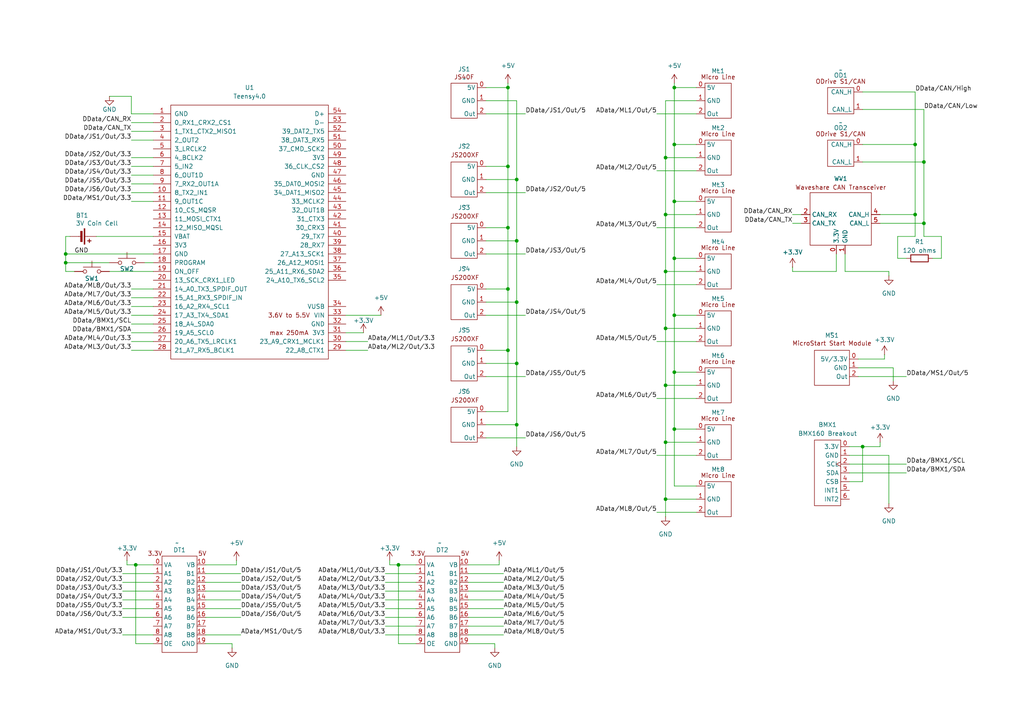
<source format=kicad_sch>
(kicad_sch (version 20250114) (generator "eeschema") (generator_version "9.0")
  (paper "A4")
  (title_block (title "HoboBot Logic") (date "2025-04-15") (rev "0"))
  (lib_symbols
    (symbol "Device:Battery_Cell" (pin_numbers (hide yes)) (pin_names (offset 0) (hide yes))
      (property "Reference" "BT" (at 2.54 2.54 0))
      (property "Value" "Battery_Cell" (at 2.54 0 0))
      (symbol "Battery_Cell_0_1"
        (rectangle (start -2.286 1.778) (end 2.286 1.524) (fill (type outline)))
        (rectangle (start -1.524 1.016) (end 1.524 0.508) (fill (type outline)))
        (polyline (pts (xy 0 1.778) (xy 0 2.54)))
        (polyline (pts (xy 0 0.762) (xy 0 0)))
        (polyline (pts (xy 0.762 3.048) (xy 1.778 3.048)) (stroke (width 0.254)))
        (polyline (pts (xy 1.27 3.556) (xy 1.27 2.54)) (stroke (width 0.254)))
      )
      (symbol "Battery_Cell_1_1"
        (pin passive line (at 0 5.08 270) (length 2.54) (name "+") (number "1"))
        (pin passive line (at 0 -2.54 90) (length 2.54) (name "-") (number "2"))
      )
    )
    (symbol "Device:R" (pin_numbers (hide yes)) (pin_names (offset 0))
      (property "Reference" "R" (at 2.032 0 90))
      (property "Value" "R" (at 0 0 90))
      (symbol "R_0_1"
        (rectangle (start -1.016 -2.54) (end 1.016 2.54) (stroke (width 0.254)))
      )
      (symbol "R_1_1"
        (pin passive line (at 0 3.81 270) (length 1.27) (name "~") (number "1"))
        (pin passive line (at 0 -3.81 90) (length 1.27) (name "~") (number "2"))
      )
    )
    (symbol "Interface_CAN_LIN:SN65HVD230_WV"
      (property "Reference" "WV" (at 0 10.922 0))
      (symbol "SN65HVD230_WV_0_1"
        (rectangle (start -8.89 7.62) (end 8.89 -7.62))
      )
      (symbol "SN65HVD230_WV_1_1"
        (text "Waveshare CAN Transceiver" (at 0 9.144 0) (effects (font (size 1.27 1.27))))
        (pin bidirectional line (at -11.43 1.27 0) (length 2.54) (name "CAN_RX") (number "2"))
        (pin bidirectional line (at -11.43 -1.27 0) (length 2.54) (name "CAN_TX") (number "3"))
        (pin power_in line (at -1.27 -10.16 90) (length 2.54) (name "3.3V") (number "0"))
        (pin power_in line (at 1.27 -10.16 90) (length 2.54) (name "GND") (number "1"))
        (pin bidirectional line (at 11.43 1.27 180) (length 2.54) (name "CAN_H") (number "4"))
        (pin bidirectional line (at 11.43 -1.27 180) (length 2.54) (name "CAN_L") (number "5"))
      )
    )
    (symbol "Logic_LevelTranslator:TXS10108E_DT"
      (property "Reference" "DT" (at 0.254 15.748 0))
      (symbol "TXS10108E_DT_0_1"
        (rectangle (start -5.08 13.97) (end 5.08 -13.97))
      )
      (symbol "TXS10108E_DT_1_1"
        (text "3.3V" (at -7.112 14.732 0) (effects (font (size 1.27 1.27))))
        (text "5V\n" (at 6.604 14.732 0) (effects (font (size 1.27 1.27))))
        (pin power_in line (at -7.62 11.43 0) (length 2.54) (name "VA") (number "0"))
        (pin bidirectional line (at -7.62 8.89 0) (length 2.54) (name "A1") (number "1"))
        (pin bidirectional line (at -7.62 6.35 0) (length 2.54) (name "A2") (number "2"))
        (pin bidirectional line (at -7.62 3.81 0) (length 2.54) (name "A3") (number "3"))
        (pin bidirectional line (at -7.62 1.27 0) (length 2.54) (name "A4") (number "4"))
        (pin bidirectional line (at -7.62 -1.27 0) (length 2.54) (name "A5") (number "5"))
        (pin bidirectional line (at -7.62 -3.81 0) (length 2.54) (name "A6") (number "6"))
        (pin bidirectional line (at -7.62 -6.35 0) (length 2.54) (name "A7") (number "7"))
        (pin bidirectional line (at -7.62 -8.89 0) (length 2.54) (name "A8") (number "8"))
        (pin input line (at -7.62 -11.43 0) (length 2.54) (name "OE") (number "9"))
        (pin power_in line (at 7.62 11.43 180) (length 2.54) (name "VB") (number "10"))
        (pin bidirectional line (at 7.62 8.89 180) (length 2.54) (name "B1") (number "11"))
        (pin bidirectional line (at 7.62 6.35 180) (length 2.54) (name "B2") (number "12"))
        (pin bidirectional line (at 7.62 3.81 180) (length 2.54) (name "B3") (number "13"))
        (pin bidirectional line (at 7.62 1.27 180) (length 2.54) (name "B4") (number "14"))
        (pin bidirectional line (at 7.62 -1.27 180) (length 2.54) (name "B5") (number "15"))
        (pin bidirectional line (at 7.62 -3.81 180) (length 2.54) (name "B6") (number "16"))
        (pin bidirectional line (at 7.62 -6.35 180) (length 2.54) (name "B7") (number "17"))
        (pin bidirectional line (at 7.62 -8.89 180) (length 2.54) (name "B8") (number "18"))
        (pin power_in line (at 7.62 -11.43 180) (length 2.54) (name "GND") (number "19"))
      )
    )
    (symbol "MicroStart:MicroStart_Start_Module"
      (property "Reference" "MS" (at 0 9.144 0))
      (symbol "MicroStart_Start_Module_0_1"
        (rectangle (start -5.08 5.08) (end 5.08 -5.08))
      )
      (symbol "MicroStart_Start_Module_1_1"
        (text "MicroStart Start Module\n" (at 0 7.112 0) (effects (font (size 1.27 1.27))))
        (pin power_in line (at 7.62 2.54 180) (length 2.54) (name "5V/3.3V") (number "0"))
        (pin power_in line (at 7.62 0 180) (length 2.54) (name "GND") (number "1"))
        (pin output line (at 7.62 -2.54 180) (length 2.54) (name "Out") (number "2"))
      )
    )
    (symbol "ODrive:ODrive S1/CAN"
      (property "Reference" "OD" (at 0 7.62 0))
      (symbol "ODrive S1/CAN_0_1"
        (rectangle (start -3.81 3.81) (end 3.81 -3.81))
      )
      (symbol "ODrive S1/CAN_1_1"
        (text "ODrive S1/CAN\n" (at 0 5.588 0) (effects (font (size 1.27 1.27))))
        (pin bidirectional line (at 6.35 2.54 180) (length 2.54) (name "CAN_H") (number "0"))
        (pin bidirectional line (at 6.35 -2.54 180) (length 2.54) (name "CAN_L") (number "1"))
      )
    )
    (symbol "Sensor_Motion:BMX160_Breakout"
      (property "Reference" "BMX" (at 0 12.7 0))
      (property "Value" "BMX160 Breakout" (at 0 10.922 0))
      (symbol "BMX160_Breakout_0_1"
        (rectangle (start -3.81 9.525) (end 3.81 -9.525))
      )
      (symbol "BMX160_Breakout_1_1"
        (pin power_in line (at 6.35 7.62 180) (length 2.54) (name "3.3V") (number "0"))
        (pin power_in line (at 6.35 5.08 180) (length 2.54) (name "GND") (number "1"))
        (pin input clock (at 6.35 2.54 180) (length 2.54) (name "SCL") (number "2"))
        (pin output line (at 6.35 0 180) (length 2.54) (name "SDA") (number "3"))
        (pin input line (at 6.35 -2.54 180) (length 2.54) (name "CSB") (number "4"))
        (pin output line (at 6.35 -5.08 180) (length 2.54) (name "INT1") (number "5"))
        (pin output line (at 6.35 -7.62 180) (length 2.54) (name "INT2") (number "6"))
      )
    )
    (symbol "Sensor_Proximity:JS200XF"
      (property "Reference" "JS" (at 0.254 9.652 0))
      (symbol "JS200XF_0_1"
        (rectangle (start -3.81 5.08) (end 3.81 -5.08))
      )
      (symbol "JS200XF_1_1"
        (text "JS200XF" (at 0.254 7.112 0) (effects (font (size 1.27 1.27))))
        (pin power_in line (at 6.35 3.81 180) (length 2.54) (name "5V") (number "0"))
        (pin power_in line (at 6.35 0 180) (length 2.54) (name "GND") (number "1"))
        (pin output line (at 6.35 -3.81 180) (length 2.54) (name "Out") (number "2"))
      )
    )
    (symbol "Sensor_Proximity:JS40F"
      (property "Reference" "JS" (at 0 9.398 0))
      (symbol "JS40F_0_1"
        (rectangle (start -3.81 5.08) (end 3.81 -5.08))
      )
      (symbol "JS40F_1_1"
        (text "JS40F\n" (at 0 6.858 0) (effects (font (size 1.27 1.27))))
        (pin power_in line (at 6.35 3.81 180) (length 2.54) (name "5V") (number "0"))
        (pin power_in line (at 6.35 0 180) (length 2.54) (name "GND") (number "1"))
        (pin output line (at 6.35 -3.81 180) (length 2.54) (name "Out") (number "2"))
      )
    )
    (symbol "Sensor_Proximity:ML1"
      (property "Reference" "ML" (at 0 8.89 0))
      (symbol "ML1_0_1"
        (rectangle (start -3.81 5.08) (end 3.81 -5.08))
      )
      (symbol "ML1_1_1"
        (text "Micro Line" (at 0 6.858 0) (effects (font (size 1.27 1.27))))
        (pin power_in line (at 6.35 3.81 180) (length 2.54) (name "5V") (number "0"))
        (pin power_in line (at 6.35 0 180) (length 2.54) (name "GND") (number "1"))
        (pin output line (at 6.35 -3.81 180) (length 2.54) (name "Out") (number "2"))
      )
    )
    (symbol "Switch:SW_Push" (pin_numbers (hide yes)) (pin_names (offset 1.016) (hide yes))
      (property "Reference" "SW" (at 1.27 2.54 0))
      (property "Value" "SW_Push" (at 0 -1.524 0))
      (symbol "SW_Push_0_1"
        (circle (center -2.032 0) (radius 0.508))
        (polyline (pts (xy 0 1.27) (xy 0 3.048)))
        (circle (center 2.032 0) (radius 0.508))
        (polyline (pts (xy 2.54 1.27) (xy -2.54 1.27)))
        (pin passive line (at -5.08 0 0) (length 2.54) (name "1") (number "1"))
        (pin passive line (at 5.08 0 180) (length 2.54) (name "2") (number "2"))
      )
    )
    (symbol "power:+3.3V" (power) (pin_numbers (hide yes)) (pin_names (offset 0) (hide yes))
      (property "Value" "+3.3V" (at 0 3.556 0))
      (symbol "+3.3V_0_1"
        (polyline (pts (xy -0.762 1.27) (xy 0 2.54)))
        (polyline (pts (xy 0 2.54) (xy 0.762 1.27)))
        (polyline (pts (xy 0 0) (xy 0 2.54)))
      )
      (symbol "+3.3V_1_1"
        (pin power_in line (at 0 0 90) (length 0) (name "~") (number "1"))
      )
    )
    (symbol "power:+5V" (power) (pin_numbers (hide yes)) (pin_names (offset 0) (hide yes))
      (property "Value" "+5V" (at 0 3.556 0))
      (symbol "+5V_0_1"
        (polyline (pts (xy -0.762 1.27) (xy 0 2.54)))
        (polyline (pts (xy 0 2.54) (xy 0.762 1.27)))
        (polyline (pts (xy 0 0) (xy 0 2.54)))
      )
      (symbol "+5V_1_1"
        (pin power_in line (at 0 0 90) (length 0) (name "~") (number "1"))
      )
    )
    (symbol "power:GND" (power) (pin_numbers (hide yes)) (pin_names (offset 0) (hide yes))
      (property "Value" "GND" (at 0 -3.81 0))
      (symbol "GND_0_1"
        (polyline (pts (xy 0 0) (xy 0 -1.27) (xy 1.27 -1.27) (xy 0 -2.54) (xy -1.27 -1.27) (xy 0 -1.27)))
      )
      (symbol "GND_1_1"
        (pin power_in line (at 0 0 270) (length 0) (name "~") (number "1"))
      )
    )
    (symbol "teensy:Teensy4.0" (pin_names (offset 1.016))
      (property "Reference" "U" (at 0 39.37 0))
      (property "Value" "Teensy4.0" (at 0 -39.37 0))
      (symbol "Teensy4.0_0_0"
        (text "3.6V to 5.5V" (at 11.43 -24.13 0) (effects (font (size 1.27 1.27))))
        (text "max 250mA" (at 11.43 -29.21 0) (effects (font (size 1.27 1.27))))
        (pin bidirectional line (at -27.94 24.13 0) (length 5.08) (name "3_LRCLK2") (number "5"))
        (pin bidirectional line (at -27.94 21.59 0) (length 5.08) (name "4_BCLK2") (number "6"))
        (pin bidirectional line (at -27.94 19.05 0) (length 5.08) (name "5_IN2") (number "7"))
        (pin bidirectional line (at -27.94 16.51 0) (length 5.08) (name "6_OUT1D") (number "8"))
        (pin bidirectional line (at -27.94 13.97 0) (length 5.08) (name "7_RX2_OUT1A") (number "9"))
        (pin bidirectional line (at -27.94 11.43 0) (length 5.08) (name "8_TX2_IN1") (number "10"))
        (pin bidirectional line (at -27.94 8.89 0) (length 5.08) (name "9_OUT1C") (number "11"))
        (pin bidirectional line (at -27.94 6.35 0) (length 5.08) (name "10_CS_MQSR") (number "12"))
        (pin bidirectional line (at -27.94 3.81 0) (length 5.08) (name "11_MOSI_CTX1") (number "13"))
        (pin bidirectional line (at -27.94 1.27 0) (length 5.08) (name "12_MISO_MQSL") (number "14"))
        (pin power_in line (at -27.94 -1.27 0) (length 5.08) (name "VBAT") (number "15"))
        (pin power_in line (at -27.94 -3.81 0) (length 5.08) (name "3V3") (number "16"))
        (pin power_in line (at -27.94 -6.35 0) (length 5.08) (name "GND") (number "17"))
        (pin input line (at -27.94 -8.89 0) (length 5.08) (name "PROGRAM") (number "18"))
        (pin input line (at -27.94 -11.43 0) (length 5.08) (name "ON_OFF") (number "19"))
        (pin bidirectional line (at -27.94 -13.97 0) (length 5.08) (name "13_SCK_CRX1_LED") (number "20"))
        (pin bidirectional line (at -27.94 -16.51 0) (length 5.08) (name "14_A0_TX3_SPDIF_OUT") (number "21"))
        (pin bidirectional line (at -27.94 -19.05 0) (length 5.08) (name "15_A1_RX3_SPDIF_IN") (number "22"))
        (pin bidirectional line (at -27.94 -21.59 0) (length 5.08) (name "16_A2_RX4_SCL1") (number "23"))
        (pin bidirectional line (at -27.94 -24.13 0) (length 5.08) (name "17_A3_TX4_SDA1") (number "24"))
        (pin bidirectional line (at -27.94 -26.67 0) (length 5.08) (name "18_A4_SDA0") (number "25"))
        (pin bidirectional line (at -27.94 -29.21 0) (length 5.08) (name "19_A5_SCL0") (number "26"))
        (pin bidirectional line (at -27.94 -31.75 0) (length 5.08) (name "20_A6_TX5_LRCLK1") (number "27"))
        (pin bidirectional line (at -27.94 -34.29 0) (length 5.08) (name "21_A7_RX5_BCLK1") (number "28"))
        (pin bidirectional line (at 27.94 34.29 180) (length 5.08) (name "D+") (number "54"))
        (pin bidirectional line (at 27.94 31.75 180) (length 5.08) (name "D-") (number "53"))
        (pin bidirectional line (at 27.94 29.21 180) (length 5.08) (name "39_DAT2_TX5") (number "52"))
        (pin bidirectional line (at 27.94 26.67 180) (length 5.08) (name "38_DAT3_RX5") (number "51"))
        (pin bidirectional line (at 27.94 24.13 180) (length 5.08) (name "37_CMD_SCK2") (number "50"))
        (pin power_out line (at 27.94 21.59 180) (length 5.08) (name "3V3") (number "49"))
        (pin bidirectional line (at 27.94 19.05 180) (length 5.08) (name "36_CLK_CS2") (number "48"))
        (pin power_out line (at 27.94 16.51 180) (length 5.08) (name "GND") (number "47"))
        (pin bidirectional line (at 27.94 13.97 180) (length 5.08) (name "35_DAT0_MOSI2") (number "46"))
        (pin bidirectional line (at 27.94 11.43 180) (length 5.08) (name "34_DAT1_MISO2") (number "45"))
        (pin bidirectional line (at 27.94 8.89 180) (length 5.08) (name "33_MCLK2") (number "44"))
        (pin bidirectional line (at 27.94 6.35 180) (length 5.08) (name "32_OUT1B") (number "43"))
        (pin bidirectional line (at 27.94 3.81 180) (length 5.08) (name "31_CTX3") (number "42"))
        (pin bidirectional line (at 27.94 1.27 180) (length 5.08) (name "30_CRX3") (number "41"))
        (pin bidirectional line (at 27.94 -1.27 180) (length 5.08) (name "29_TX7") (number "40"))
        (pin bidirectional line (at 27.94 -3.81 180) (length 5.08) (name "28_RX7") (number "39"))
        (pin bidirectional line (at 27.94 -6.35 180) (length 5.08) (name "27_A13_SCK1") (number "38"))
        (pin bidirectional line (at 27.94 -8.89 180) (length 5.08) (name "26_A12_MOSI1") (number "37"))
        (pin bidirectional line (at 27.94 -11.43 180) (length 5.08) (name "25_A11_RX6_SDA2") (number "36"))
        (pin bidirectional line (at 27.94 -13.97 180) (length 5.08) (name "24_A10_TX6_SCL2") (number "35"))
        (pin power_out line (at 27.94 -21.59 180) (length 5.08) (name "VUSB") (number "34"))
        (pin power_in line (at 27.94 -24.13 180) (length 5.08) (name "VIN") (number "33"))
        (pin power_in line (at 27.94 -26.67 180) (length 5.08) (name "GND") (number "32"))
        (pin power_out line (at 27.94 -29.21 180) (length 5.08) (name "3V3") (number "31"))
        (pin bidirectional line (at 27.94 -31.75 180) (length 5.08) (name "23_A9_CRX1_MCLK1") (number "30"))
        (pin bidirectional line (at 27.94 -34.29 180) (length 5.08) (name "22_A8_CTX1") (number "29"))
      )
      (symbol "Teensy4.0_0_1"
        (rectangle (start -22.86 36.83) (end 22.86 -36.83))
        (rectangle (start -20.32 -31.75) (end -20.32 -31.75))
      )
      (symbol "Teensy4.0_1_1"
        (pin power_in line (at -27.94 34.29 0) (length 5.08) (name "GND") (number "1"))
        (pin bidirectional line (at -27.94 31.75 0) (length 5.08) (name "0_RX1_CRX2_CS1") (number "2"))
        (pin bidirectional line (at -27.94 29.21 0) (length 5.08) (name "1_TX1_CTX2_MISO1") (number "3"))
        (pin bidirectional line (at -27.94 26.67 0) (length 5.08) (name "2_OUT2") (number "4"))
      )
    )
  )
  (junction (at 250.19 129.54))
  (junction (at 149.86 105.41))
  (junction (at 195.58 107.95))
  (junction (at 149.86 52.07))
  (junction (at 149.86 87.63))
  (junction (at 193.04 111.76))
  (junction (at 193.04 144.78))
  (junction (at 267.97 64.77))
  (junction (at 147.32 48.26))
  (junction (at 19.05 73.66))
  (junction (at 193.04 45.72))
  (junction (at 19.05 76.2))
  (junction (at 193.04 78.74))
  (junction (at 115.57 163.83))
  (junction (at 149.86 69.85))
  (junction (at 195.58 41.91))
  (junction (at 147.32 25.4))
  (junction (at 147.32 66.04))
  (junction (at 195.58 74.93))
  (junction (at 193.04 95.25))
  (junction (at 265.43 41.91))
  (junction (at 193.04 62.23))
  (junction (at 265.43 62.23))
  (junction (at 147.32 83.82))
  (junction (at 195.58 25.4))
  (junction (at 195.58 91.44))
  (junction (at 267.97 46.99))
  (junction (at 147.32 101.6))
  (junction (at 195.58 124.46))
  (junction (at 149.86 123.19))
  (junction (at 39.37 163.83))
  (junction (at 193.04 128.27))
  (junction (at 195.58 58.42))
  (wire (pts (xy 259.08 106.68) (xy 259.08 110.49)))
  (wire (pts (xy 120.65 186.69) (xy 115.57 186.69)))
  (wire (pts (xy 135.89 181.61) (xy 146.05 181.61)))
  (wire (pts (xy 111.76 166.37) (xy 120.65 166.37)))
  (wire (pts (xy 31.75 76.2) (xy 19.05 76.2)))
  (wire (pts (xy 38.1 86.36) (xy 44.45 86.36)))
  (wire (pts (xy 38.1 88.9) (xy 44.45 88.9)))
  (wire (pts (xy 250.19 139.7) (xy 250.19 129.54)))
  (wire (pts (xy 38.1 27.94) (xy 38.1 33.02)))
  (wire (pts (xy 273.05 68.58) (xy 267.97 68.58)))
  (wire (pts (xy 149.86 52.07) (xy 149.86 69.85)))
  (wire (pts (xy 59.69 163.83) (xy 68.58 163.83)))
  (wire (pts (xy 140.97 29.21) (xy 149.86 29.21)))
  (wire (pts (xy 193.04 111.76) (xy 201.93 111.76)))
  (wire (pts (xy 267.97 31.75) (xy 250.19 31.75)))
  (wire (pts (xy 250.19 129.54) (xy 255.27 129.54)))
  (wire (pts (xy 248.92 106.68) (xy 259.08 106.68)))
  (wire (pts (xy 111.76 181.61) (xy 120.65 181.61)))
  (wire (pts (xy 246.38 137.16) (xy 262.89 137.16)))
  (wire (pts (xy 140.97 69.85) (xy 149.86 69.85)))
  (wire (pts (xy 111.76 176.53) (xy 120.65 176.53)))
  (wire (pts (xy 190.5 33.02) (xy 201.93 33.02)))
  (wire (pts (xy 111.76 171.45) (xy 120.65 171.45)))
  (wire (pts (xy 245.11 78.74) (xy 257.81 78.74)))
  (wire (pts (xy 193.04 29.21) (xy 201.93 29.21)))
  (wire (pts (xy 135.89 171.45) (xy 146.05 171.45)))
  (wire (pts (xy 260.35 74.93) (xy 262.89 74.93)))
  (wire (pts (xy 195.58 124.46) (xy 201.93 124.46)))
  (wire (pts (xy 257.81 78.74) (xy 257.81 80.01)))
  (wire (pts (xy 100.33 101.6) (xy 106.68 101.6)))
  (wire (pts (xy 59.69 171.45) (xy 69.85 171.45)))
  (wire (pts (xy 115.57 186.69) (xy 115.57 163.83)))
  (wire (pts (xy 144.78 162.56) (xy 144.78 163.83)))
  (wire (pts (xy 135.89 179.07) (xy 146.05 179.07)))
  (wire (pts (xy 193.04 144.78) (xy 193.04 149.86)))
  (wire (pts (xy 193.04 45.72) (xy 201.93 45.72)))
  (wire (pts (xy 248.92 109.22) (xy 262.89 109.22)))
  (wire (pts (xy 140.97 123.19) (xy 149.86 123.19)))
  (wire (pts (xy 135.89 186.69) (xy 143.51 186.69)))
  (wire (pts (xy 59.69 179.07) (xy 69.85 179.07)))
  (wire (pts (xy 140.97 55.88) (xy 152.4 55.88)))
  (wire (pts (xy 265.43 62.23) (xy 265.43 68.58)))
  (wire (pts (xy 193.04 78.74) (xy 201.93 78.74)))
  (wire (pts (xy 190.5 82.55) (xy 201.93 82.55)))
  (wire (pts (xy 140.97 127) (xy 152.4 127)))
  (wire (pts (xy 267.97 68.58) (xy 267.97 64.77)))
  (wire (pts (xy 270.51 74.93) (xy 273.05 74.93)))
  (wire (pts (xy 140.97 105.41) (xy 149.86 105.41)))
  (wire (pts (xy 195.58 25.4) (xy 195.58 24.13)))
  (wire (pts (xy 201.93 25.4) (xy 195.58 25.4)))
  (wire (pts (xy 246.38 139.7) (xy 250.19 139.7)))
  (wire (pts (xy 38.1 48.26) (xy 44.45 48.26)))
  (wire (pts (xy 111.76 168.91) (xy 120.65 168.91)))
  (wire (pts (xy 149.86 105.41) (xy 149.86 123.19)))
  (wire (pts (xy 149.86 123.19) (xy 149.86 129.54)))
  (wire (pts (xy 140.97 101.6) (xy 147.32 101.6)))
  (wire (pts (xy 195.58 25.4) (xy 195.58 41.91)))
  (wire (pts (xy 257.81 132.08) (xy 257.81 146.05)))
  (wire (pts (xy 38.1 96.52) (xy 44.45 96.52)))
  (wire (pts (xy 193.04 62.23) (xy 201.93 62.23)))
  (wire (pts (xy 195.58 107.95) (xy 195.58 124.46)))
  (wire (pts (xy 190.5 148.59) (xy 201.93 148.59)))
  (wire (pts (xy 147.32 119.38) (xy 147.32 101.6)))
  (wire (pts (xy 68.58 162.56) (xy 68.58 163.83)))
  (wire (pts (xy 149.86 87.63) (xy 149.86 105.41)))
  (wire (pts (xy 229.87 64.77) (xy 232.41 64.77)))
  (wire (pts (xy 195.58 74.93) (xy 195.58 91.44)))
  (wire (pts (xy 195.58 91.44) (xy 201.93 91.44)))
  (wire (pts (xy 193.04 95.25) (xy 193.04 78.74)))
  (wire (pts (xy 135.89 173.99) (xy 146.05 173.99)))
  (wire (pts (xy 245.11 73.66) (xy 245.11 78.74)))
  (wire (pts (xy 35.56 173.99) (xy 44.45 173.99)))
  (wire (pts (xy 255.27 62.23) (xy 265.43 62.23)))
  (wire (pts (xy 190.5 99.06) (xy 201.93 99.06)))
  (wire (pts (xy 120.65 163.83) (xy 115.57 163.83)))
  (wire (pts (xy 38.1 33.02) (xy 44.45 33.02)))
  (wire (pts (xy 140.97 91.44) (xy 152.4 91.44)))
  (wire (pts (xy 195.58 74.93) (xy 201.93 74.93)))
  (wire (pts (xy 44.45 186.69) (xy 39.37 186.69)))
  (wire (pts (xy 44.45 163.83) (xy 39.37 163.83)))
  (wire (pts (xy 67.31 187.96) (xy 67.31 186.69)))
  (wire (pts (xy 31.75 27.94) (xy 38.1 27.94)))
  (wire (pts (xy 31.75 78.74) (xy 44.45 78.74)))
  (wire (pts (xy 147.32 48.26) (xy 147.32 25.4)))
  (wire (pts (xy 59.69 176.53) (xy 69.85 176.53)))
  (wire (pts (xy 35.56 184.15) (xy 44.45 184.15)))
  (wire (pts (xy 38.1 55.88) (xy 44.45 55.88)))
  (wire (pts (xy 38.1 58.42) (xy 44.45 58.42)))
  (wire (pts (xy 147.32 83.82) (xy 147.32 66.04)))
  (wire (pts (xy 255.27 64.77) (xy 267.97 64.77)))
  (wire (pts (xy 273.05 74.93) (xy 273.05 68.58)))
  (wire (pts (xy 19.05 78.74) (xy 21.59 78.74)))
  (wire (pts (xy 195.58 41.91) (xy 201.93 41.91)))
  (wire (pts (xy 100.33 99.06) (xy 106.68 99.06)))
  (wire (pts (xy 19.05 76.2) (xy 19.05 78.74)))
  (wire (pts (xy 193.04 78.74) (xy 193.04 62.23)))
  (wire (pts (xy 140.97 109.22) (xy 152.4 109.22)))
  (wire (pts (xy 135.89 166.37) (xy 146.05 166.37)))
  (wire (pts (xy 19.05 68.58) (xy 20.32 68.58)))
  (wire (pts (xy 36.83 163.83) (xy 36.83 162.56)))
  (wire (pts (xy 115.57 163.83) (xy 113.03 163.83)))
  (wire (pts (xy 250.19 41.91) (xy 265.43 41.91)))
  (wire (pts (xy 35.56 166.37) (xy 44.45 166.37)))
  (wire (pts (xy 229.87 62.23) (xy 232.41 62.23)))
  (wire (pts (xy 195.58 58.42) (xy 195.58 74.93)))
  (wire (pts (xy 38.1 93.98) (xy 44.45 93.98)))
  (wire (pts (xy 19.05 73.66) (xy 19.05 76.2)))
  (wire (pts (xy 27.94 68.58) (xy 44.45 68.58)))
  (wire (pts (xy 149.86 29.21) (xy 149.86 52.07)))
  (wire (pts (xy 41.91 76.2) (xy 44.45 76.2)))
  (wire (pts (xy 190.5 132.08) (xy 201.93 132.08)))
  (wire (pts (xy 265.43 26.67) (xy 250.19 26.67)))
  (wire (pts (xy 190.5 66.04) (xy 201.93 66.04)))
  (wire (pts (xy 135.89 163.83) (xy 144.78 163.83)))
  (wire (pts (xy 38.1 50.8) (xy 44.45 50.8)))
  (wire (pts (xy 59.69 173.99) (xy 69.85 173.99)))
  (wire (pts (xy 190.5 49.53) (xy 201.93 49.53)))
  (wire (pts (xy 193.04 128.27) (xy 201.93 128.27)))
  (wire (pts (xy 246.38 134.62) (xy 262.89 134.62)))
  (wire (pts (xy 111.76 173.99) (xy 120.65 173.99)))
  (wire (pts (xy 19.05 73.66) (xy 44.45 73.66)))
  (wire (pts (xy 38.1 101.6) (xy 44.45 101.6)))
  (wire (pts (xy 193.04 45.72) (xy 193.04 29.21)))
  (wire (pts (xy 38.1 45.72) (xy 44.45 45.72)))
  (wire (pts (xy 147.32 24.13) (xy 147.32 25.4)))
  (wire (pts (xy 193.04 144.78) (xy 193.04 128.27)))
  (wire (pts (xy 248.92 104.14) (xy 256.54 104.14)))
  (wire (pts (xy 140.97 119.38) (xy 147.32 119.38)))
  (wire (pts (xy 140.97 66.04) (xy 147.32 66.04)))
  (wire (pts (xy 265.43 68.58) (xy 260.35 68.58)))
  (wire (pts (xy 246.38 132.08) (xy 257.81 132.08)))
  (wire (pts (xy 143.51 187.96) (xy 143.51 186.69)))
  (wire (pts (xy 38.1 53.34) (xy 44.45 53.34)))
  (wire (pts (xy 111.76 179.07) (xy 120.65 179.07)))
  (wire (pts (xy 38.1 35.56) (xy 44.45 35.56)))
  (wire (pts (xy 100.33 96.52) (xy 105.41 96.52)))
  (wire (pts (xy 250.19 46.99) (xy 267.97 46.99)))
  (wire (pts (xy 265.43 62.23) (xy 265.43 41.91)))
  (wire (pts (xy 201.93 144.78) (xy 193.04 144.78)))
  (wire (pts (xy 38.1 83.82) (xy 44.45 83.82)))
  (wire (pts (xy 195.58 124.46) (xy 195.58 140.97)))
  (wire (pts (xy 246.38 129.54) (xy 250.19 129.54)))
  (wire (pts (xy 113.03 163.83) (xy 113.03 162.56)))
  (wire (pts (xy 193.04 95.25) (xy 201.93 95.25)))
  (wire (pts (xy 38.1 38.1) (xy 44.45 38.1)))
  (wire (pts (xy 135.89 176.53) (xy 146.05 176.53)))
  (wire (pts (xy 195.58 107.95) (xy 201.93 107.95)))
  (wire (pts (xy 147.32 25.4) (xy 140.97 25.4)))
  (wire (pts (xy 265.43 41.91) (xy 265.43 26.67)))
  (wire (pts (xy 195.58 91.44) (xy 195.58 107.95)))
  (wire (pts (xy 193.04 111.76) (xy 193.04 95.25)))
  (wire (pts (xy 19.05 68.58) (xy 19.05 73.66)))
  (wire (pts (xy 195.58 58.42) (xy 201.93 58.42)))
  (wire (pts (xy 140.97 83.82) (xy 147.32 83.82)))
  (wire (pts (xy 147.32 66.04) (xy 147.32 48.26)))
  (wire (pts (xy 195.58 140.97) (xy 201.93 140.97)))
  (wire (pts (xy 256.54 102.87) (xy 256.54 104.14)))
  (wire (pts (xy 59.69 184.15) (xy 69.85 184.15)))
  (wire (pts (xy 59.69 168.91) (xy 69.85 168.91)))
  (wire (pts (xy 229.87 78.74) (xy 229.87 77.47)))
  (wire (pts (xy 140.97 73.66) (xy 152.4 73.66)))
  (wire (pts (xy 39.37 186.69) (xy 39.37 163.83)))
  (wire (pts (xy 242.57 78.74) (xy 229.87 78.74)))
  (wire (pts (xy 35.56 168.91) (xy 44.45 168.91)))
  (wire (pts (xy 195.58 41.91) (xy 195.58 58.42)))
  (wire (pts (xy 38.1 40.64) (xy 44.45 40.64)))
  (wire (pts (xy 193.04 128.27) (xy 193.04 111.76)))
  (wire (pts (xy 267.97 64.77) (xy 267.97 46.99)))
  (wire (pts (xy 149.86 69.85) (xy 149.86 87.63)))
  (wire (pts (xy 135.89 184.15) (xy 146.05 184.15)))
  (wire (pts (xy 100.33 91.44) (xy 110.49 91.44)))
  (wire (pts (xy 147.32 101.6) (xy 147.32 83.82)))
  (wire (pts (xy 242.57 73.66) (xy 242.57 78.74)))
  (wire (pts (xy 39.37 163.83) (xy 36.83 163.83)))
  (wire (pts (xy 38.1 99.06) (xy 44.45 99.06)))
  (wire (pts (xy 135.89 168.91) (xy 146.05 168.91)))
  (wire (pts (xy 260.35 68.58) (xy 260.35 74.93)))
  (wire (pts (xy 140.97 52.07) (xy 149.86 52.07)))
  (wire (pts (xy 35.56 171.45) (xy 44.45 171.45)))
  (wire (pts (xy 140.97 33.02) (xy 152.4 33.02)))
  (wire (pts (xy 59.69 186.69) (xy 67.31 186.69)))
  (wire (pts (xy 140.97 48.26) (xy 147.32 48.26)))
  (wire (pts (xy 35.56 179.07) (xy 44.45 179.07)))
  (wire (pts (xy 255.27 129.54) (xy 255.27 128.27)))
  (wire (pts (xy 190.5 115.57) (xy 201.93 115.57)))
  (wire (pts (xy 38.1 91.44) (xy 44.45 91.44)))
  (wire (pts (xy 111.76 184.15) (xy 120.65 184.15)))
  (wire (pts (xy 59.69 166.37) (xy 69.85 166.37)))
  (wire (pts (xy 35.56 176.53) (xy 44.45 176.53)))
  (wire (pts (xy 267.97 46.99) (xy 267.97 31.75)))
  (wire (pts (xy 193.04 62.23) (xy 193.04 45.72)))
  (wire (pts (xy 140.97 87.63) (xy 149.86 87.63)))
  (label "AData{slash}ML2{slash}Out{slash}5" (at 190.5 49.53 180))
  (label "AData{slash}ML4{slash}Out{slash}5" (at 146.05 173.99 0))
  (label "AData{slash}ML2{slash}Out{slash}3.3" (at 111.76 168.91 180))
  (label "AData{slash}ML3{slash}Out{slash}3.3" (at 111.76 171.45 180))
  (label "DData{slash}JS1{slash}Out{slash}3.3" (at 38.1 40.64 180))
  (label "DData{slash}JS4{slash}Out{slash}5" (at 69.85 173.99 0))
  (label "DData{slash}CAN_RX" (at 229.87 62.23 180))
  (label "AData{slash}ML1{slash}Out{slash}5" (at 146.05 166.37 0))
  (label "AData{slash}ML3{slash}Out{slash}5" (at 146.05 171.45 0))
  (label "AData{slash}ML6{slash}Out{slash}5" (at 146.05 179.07 0))
  (label "AData{slash}ML5{slash}Out{slash}5" (at 146.05 176.53 0))
  (label "AData{slash}ML3{slash}Out{slash}5" (at 190.5 66.04 180))
  (label "DData{slash}JS6{slash}Out{slash}3.3" (at 35.56 179.07 180))
  (label "AData{slash}MS1{slash}Out{slash}3.3" (at 35.56 184.15 180))
  (label "AData{slash}ML7{slash}Out{slash}3.3" (at 38.1 86.36 180))
  (label "AData{slash}ML5{slash}Out{slash}3.3" (at 38.1 91.44 180))
  (label "DData{slash}JS2{slash}Out{slash}3.3" (at 38.1 45.72 180))
  (label "DData{slash}JS5{slash}Out{slash}3.3" (at 38.1 53.34 180))
  (label "AData{slash}ML2{slash}Out{slash}5" (at 146.05 168.91 0))
  (label "DData{slash}JS2{slash}Out{slash}5" (at 152.4 55.88 0))
  (label "DData{slash}CAN_TX" (at 38.1 38.1 180))
  (label "DData{slash}JS2{slash}Out{slash}5" (at 69.85 168.91 0))
  (label "DData{slash}JS6{slash}Out{slash}5" (at 152.4 127 0))
  (label "AData{slash}ML4{slash}Out{slash}3.3" (at 111.76 173.99 180))
  (label "DData{slash}CAN_TX" (at 229.87 64.77 180))
  (label "DData{slash}JS2{slash}Out{slash}3.3" (at 35.56 168.91 180))
  (label "DData{slash}JS4{slash}Out{slash}3.3" (at 35.56 173.99 180))
  (label "AData{slash}ML7{slash}Out{slash}3.3" (at 111.76 181.61 180))
  (label "DData{slash}JS3{slash}Out{slash}3.3" (at 38.1 48.26 180))
  (label "AData{slash}MS1{slash}Out{slash}5" (at 69.85 184.15 0))
  (label "DData{slash}BMX1{slash}SDA" (at 38.1 96.52 180))
  (label "DData{slash}JS6{slash}Out{slash}5" (at 69.85 179.07 0))
  (label "DData{slash}JS3{slash}Out{slash}3.3" (at 35.56 171.45 180))
  (label "AData{slash}ML8{slash}Out{slash}3.3" (at 38.1 83.82 180))
  (label "AData{slash}ML8{slash}Out{slash}3.3" (at 111.76 184.15 180))
  (label "AData{slash}ML4{slash}Out{slash}5" (at 190.5 82.55 180))
  (label "DData{slash}JS1{slash}Out{slash}3.3" (at 35.56 166.37 180))
  (label "DData{slash}CAN{slash}High" (at 265.43 26.67 0))
  (label "DData{slash}MS1{slash}Out{slash}5" (at 262.89 109.22 0))
  (label "DData{slash}JS1{slash}Out{slash}5" (at 152.4 33.02 0))
  (label "AData{slash}ML5{slash}Out{slash}3.3" (at 111.76 176.53 180))
  (label "AData{slash}ML5{slash}Out{slash}5" (at 190.5 99.06 180))
  (label "AData{slash}ML1{slash}Out{slash}3.3" (at 106.68 99.06 0))
  (label "AData{slash}ML3{slash}Out{slash}3.3" (at 38.1 101.6 180))
  (label "DData{slash}BMX1{slash}SDA" (at 262.89 137.16 0))
  (label "DData{slash}BMX1{slash}SCL" (at 262.89 134.62 0))
  (label "DData{slash}JS3{slash}Out{slash}5" (at 69.85 171.45 0))
  (label "DData{slash}JS4{slash}Out{slash}5" (at 152.4 91.44 0))
  (label "AData{slash}ML6{slash}Out{slash}3.3" (at 38.1 88.9 180))
  (label "DData{slash}JS5{slash}Out{slash}5" (at 69.85 176.53 0))
  (label "DData{slash}BMX1{slash}SCL" (at 38.1 93.98 180))
  (label "AData{slash}ML1{slash}Out{slash}3.3" (at 111.76 166.37 180))
  (label "AData{slash}ML2{slash}Out{slash}3.3" (at 106.68 101.6 0))
  (label "DData{slash}CAN{slash}Low" (at 267.97 31.75 0))
  (label "AData{slash}ML7{slash}Out{slash}5" (at 146.05 181.61 0))
  (label "DData{slash}JS6{slash}Out{slash}3.3" (at 38.1 55.88 180))
  (label "DData{slash}MS1{slash}Out{slash}3.3" (at 38.1 58.42 180))
  (label "GND" (at 21.59 73.66 0))
  (label "DData{slash}JS3{slash}Out{slash}5" (at 152.4 73.66 0))
  (label "DData{slash}JS1{slash}Out{slash}5" (at 69.85 166.37 0))
  (label "DData{slash}CAN_RX" (at 38.1 35.56 180))
  (label "DData{slash}JS5{slash}Out{slash}3.3" (at 35.56 176.53 180))
  (label "DData{slash}JS5{slash}Out{slash}5" (at 152.4 109.22 0))
  (label "AData{slash}ML6{slash}Out{slash}3.3" (at 111.76 179.07 180))
  (label "AData{slash}ML8{slash}Out{slash}5" (at 146.05 184.15 0))
  (label "AData{slash}ML6{slash}Out{slash}5" (at 190.5 115.57 180))
  (label "AData{slash}ML1{slash}Out{slash}5" (at 190.5 33.02 180))
  (label "AData{slash}ML4{slash}Out{slash}3.3" (at 38.1 99.06 180))
  (label "AData{slash}ML7{slash}Out{slash}5" (at 190.5 132.08 180))
  (label "AData{slash}ML8{slash}Out{slash}5" (at 190.5 148.59 180))
  (label "DData{slash}JS4{slash}Out{slash}3.3" (at 38.1 50.8 180))
  (symbol (lib_id "Sensor_Proximity:ML1") (at 208.28 62.23 0) (mirror y) (unit 1)
    (property "Reference" "ML3" (at 208.28 53.594 0))
    (property "Value" "~" (at 208.28 53.34 0))
    (property "Description" "Micro line sensor" (effects (hide yes)))
  )
  (symbol (lib_id "Logic_LevelTranslator:TXS10108E_DT") (at 128.27 175.26 0) (unit 1)
    (property "Reference" "DT2" (at 128.27 159.512 0))
    (property "Value" "~" (at 127.5624 157.48 0))
  )
  (symbol (lib_id "power:+3.3V") (at 256.54 102.87 0) (unit 1)
    (property "Reference" "#PWR016" (effects (hide yes)))
    (property "Value" "+3.3V" (at 256.54 98.552 0))
    (property "Description" "Power symbol creates a global label with name \"+3.3V\"" (effects (hide yes)))
  )
  (symbol (lib_id "power:GND") (at 31.75 27.94 0) (unit 1)
    (property "Reference" "#PWR01" (effects (hide yes)))
    (property "Value" "GND" (at 31.75 31.75 0))
    (property "Description" "Power symbol creates a global label with name \"GND\" , ground" (effects (hide yes)))
  )
  (symbol (lib_id "power:+5V") (at 110.49 91.44 0) (unit 1)
    (property "Reference" "#PWR02" (effects (hide yes)))
    (property "Value" "+5V" (at 110.49 86.36 0))
    (property "Description" "Power symbol creates a global label with name \"+5V\"" (effects (hide yes)))
  )
  (symbol (lib_id "Sensor_Motion:BMX160_Breakout") (at 240.03 137.16 0) (unit 1)
    (property "Reference" "BMX1" (at 240.03 123.19 0))
    (property "Value" "BMX160 Breakout" (at 240.03 125.73 0))
    (property "Description" "9-axis IMU breakout board" (effects (hide yes)))
  )
  (symbol (lib_id "power:+5V") (at 195.58 24.13 0) (unit 1)
    (property "Reference" "#PWR05" (effects (hide yes)))
    (property "Value" "+5V" (at 195.58 19.05 0))
    (property "Description" "Power symbol creates a global label with name \"+5V\"" (effects (hide yes)))
  )
  (symbol (lib_id "Sensor_Proximity:JS200XF") (at 134.62 105.41 0) (unit 1)
    (property "Reference" "JS5" (at 134.62 95.758 0))
    (property "Value" "~" (at 134.874 95.25 0))
    (property "Description" "Infrared trigger sensor (200cm)" (effects (hide yes)))
  )
  (symbol (lib_id "Device:R") (at 266.7 74.93 90) (unit 1)
    (property "Reference" "R1" (at 266.7 70.104 90))
    (property "Value" "120 ohms" (at 266.7 72.644 90))
    (property "Description" "Resistor" (effects (hide yes)))
  )
  (symbol (lib_id "Sensor_Proximity:ML1") (at 208.28 144.78 0) (mirror y) (unit 1)
    (property "Reference" "ML8" (at 208.28 136.144 0))
    (property "Value" "~" (at 208.28 135.89 0))
    (property "Description" "Micro line sensor" (effects (hide yes)))
  )
  (symbol (lib_id "Sensor_Proximity:JS40F") (at 134.62 29.21 0) (unit 1)
    (property "Reference" "JS1" (at 134.62 20.066 0))
    (property "Value" "~" (at 134.62 22.86 0))
    (property "Description" "Infrared trigger sensor up to 40cm (wide beam)" (effects (hide yes)))
  )
  (symbol (lib_id "Sensor_Proximity:JS200XF") (at 134.62 123.19 0) (unit 1)
    (property "Reference" "JS6" (at 134.62 113.538 0))
    (property "Value" "~" (at 134.874 113.03 0))
    (property "Description" "Infrared trigger sensor (200cm)" (effects (hide yes)))
  )
  (symbol (lib_id "power:+3.3V") (at 255.27 128.27 0) (unit 1)
    (property "Reference" "#PWR018" (effects (hide yes)))
    (property "Value" "+3.3V" (at 255.27 123.952 0))
    (property "Description" "Power symbol creates a global label with name \"+3.3V\"" (effects (hide yes)))
  )
  (symbol (lib_id "Device:Battery_Cell") (at 22.86 68.58 270) (unit 1)
    (property "Reference" "BT1" (at 25.654 62.484 90) (effects (justify right)))
    (property "Value" "3V Coin Cell" (at 34.29 64.77 90) (effects (justify right)))
    (property "Description" "Single-cell battery" (effects (hide yes)))
  )
  (symbol (lib_id "power:GND") (at 257.81 146.05 0) (unit 1)
    (property "Reference" "#PWR019" (effects (hide yes)))
    (property "Value" "GND" (at 257.81 151.13 0))
    (property "Description" "Power symbol creates a global label with name \"GND\" , ground" (effects (hide yes)))
  )
  (symbol (lib_id "power:GND") (at 67.31 187.96 0) (unit 1)
    (property "Reference" "#PWR010" (effects (hide yes)))
    (property "Value" "GND" (at 67.31 193.04 0))
    (property "Description" "Power symbol creates a global label with name \"GND\" , ground" (effects (hide yes)))
  )
  (symbol (lib_id "Interface_CAN_LIN:SN65HVD230_WV") (at 243.84 63.5 0) (unit 1)
    (property "Reference" "WV1" (at 243.84 51.816 0))
    (property "Value" "~" (at 243.84 52.07 0))
  )
  (symbol (lib_id "Sensor_Proximity:ML1") (at 208.28 111.76 0) (mirror y) (unit 1)
    (property "Reference" "ML6" (at 208.28 103.124 0))
    (property "Value" "~" (at 208.28 102.87 0))
    (property "Description" "Micro line sensor" (effects (hide yes)))
  )
  (symbol (lib_id "teensy:Teensy4.0") (at 72.39 67.31 0) (unit 1)
    (property "Reference" "U1" (at 72.39 25.4 0))
    (property "Value" "Teensy4.0" (at 72.39 27.94 0))
  )
  (symbol (lib_id "power:+3.3V") (at 113.03 162.56 0) (unit 1)
    (property "Reference" "#PWR013" (effects (hide yes)))
    (property "Value" "+3.3V" (at 113.03 159.004 0))
    (property "Description" "Power symbol creates a global label with name \"+3.3V\"" (effects (hide yes)))
  )
  (symbol (lib_id "power:+5V") (at 144.78 162.56 0) (unit 1)
    (property "Reference" "#PWR015" (effects (hide yes)))
    (property "Value" "+5V" (at 144.78 157.48 0))
    (property "Description" "Power symbol creates a global label with name \"+5V\"" (effects (hide yes)))
  )
  (symbol (lib_id "ODrive:ODrive S1/CAN") (at 243.84 29.21 0) (unit 1)
    (property "Reference" "OD1" (at 243.84 21.844 0))
    (property "Value" "~" (at 243.84 20.32 0))
    (property "Description" "ODrive S1's CAN interface" (effects (hide yes)))
  )
  (symbol (lib_id "Sensor_Proximity:ML1") (at 208.28 78.74 0) (mirror y) (unit 1)
    (property "Reference" "ML4" (at 208.28 70.104 0))
    (property "Value" "~" (at 208.28 69.85 0))
    (property "Description" "Micro line sensor" (effects (hide yes)))
  )
  (symbol (lib_id "MicroStart:MicroStart_Start_Module") (at 241.3 106.68 0) (unit 1)
    (property "Reference" "MS1" (at 241.3 97.282 0))
    (property "Value" "~" (at 241.3 96.52 0))
    (property "Description" "5V is 3.3V compatible" (effects (hide yes)))
  )
  (symbol (lib_id "Switch:SW_Push") (at 36.83 76.2 0) (unit 1)
    (property "Reference" "SW2" (at 38.862 77.978 0) (effects (justify right)))
    (property "Value" "Program Button (Optional)" (effects (hide yes)))
    (property "Description" "Push button switch, generic, two pins" (effects (hide yes)))
  )
  (symbol (lib_id "power:GND") (at 259.08 110.49 0) (unit 1)
    (property "Reference" "#PWR017" (effects (hide yes)))
    (property "Value" "GND" (at 259.08 115.57 0))
    (property "Description" "Power symbol creates a global label with name \"GND\" , ground" (effects (hide yes)))
  )
  (symbol (lib_id "Sensor_Proximity:JS200XF") (at 134.62 87.63 0) (unit 1)
    (property "Reference" "JS4" (at 134.62 77.978 0))
    (property "Value" "~" (at 134.874 77.47 0))
    (property "Description" "Infrared trigger sensor (200cm)" (effects (hide yes)))
  )
  (symbol (lib_id "Sensor_Proximity:JS200XF") (at 134.62 52.07 0) (unit 1)
    (property "Reference" "JS2" (at 134.62 42.418 0))
    (property "Value" "~" (at 134.874 41.91 0))
    (property "Description" "Infrared trigger sensor (200cm)" (effects (hide yes)))
  )
  (symbol (lib_id "power:GND") (at 193.04 149.86 0) (unit 1)
    (property "Reference" "#PWR06" (effects (hide yes)))
    (property "Value" "GND" (at 193.04 154.94 0))
    (property "Description" "Power symbol creates a global label with name \"GND\" , ground" (effects (hide yes)))
  )
  (symbol (lib_id "Sensor_Proximity:ML1") (at 208.28 45.72 0) (mirror y) (unit 1)
    (property "Reference" "ML2" (at 208.28 37.084 0))
    (property "Value" "~" (at 208.28 36.83 0))
    (property "Description" "Micro line sensor" (effects (hide yes)))
  )
  (symbol (lib_id "Logic_LevelTranslator:TXS10108E_DT") (at 52.07 175.26 0) (unit 1)
    (property "Reference" "DT1" (at 52.07 159.512 0))
    (property "Value" "~" (at 51.3624 157.48 0))
  )
  (symbol (lib_id "power:GND") (at 143.51 187.96 0) (unit 1)
    (property "Reference" "#PWR014" (effects (hide yes)))
    (property "Value" "GND" (at 143.51 193.04 0))
    (property "Description" "Power symbol creates a global label with name \"GND\" , ground" (effects (hide yes)))
  )
  (symbol (lib_id "power:+5V") (at 147.32 24.13 0) (unit 1)
    (property "Reference" "#PWR04" (effects (hide yes)))
    (property "Value" "+5V" (at 147.32 19.05 0))
    (property "Description" "Power symbol creates a global label with name \"+5V\"" (effects (hide yes)))
  )
  (symbol (lib_id "power:+5V") (at 68.58 162.56 0) (unit 1)
    (property "Reference" "#PWR012" (effects (hide yes)))
    (property "Value" "+5V" (at 68.58 157.48 0))
    (property "Description" "Power symbol creates a global label with name \"+5V\"" (effects (hide yes)))
  )
  (symbol (lib_id "ODrive:ODrive S1/CAN") (at 243.84 44.45 0) (unit 1)
    (property "Reference" "OD2" (at 243.84 37.084 0))
    (property "Value" "~" (at 243.84 35.56 0))
    (property "Description" "ODrive S1's CAN interface" (effects (hide yes)))
  )
  (symbol (lib_id "Sensor_Proximity:ML1") (at 208.28 95.25 0) (mirror y) (unit 1)
    (property "Reference" "ML5" (at 208.28 86.614 0))
    (property "Value" "~" (at 208.28 86.36 0))
    (property "Description" "Micro line sensor" (effects (hide yes)))
  )
  (symbol (lib_id "Sensor_Proximity:JS200XF") (at 134.62 69.85 0) (unit 1)
    (property "Reference" "JS3" (at 134.62 60.198 0))
    (property "Value" "~" (at 134.874 59.69 0))
    (property "Description" "Infrared trigger sensor (200cm)" (effects (hide yes)))
  )
  (symbol (lib_id "power:+3.3V") (at 36.83 162.56 0) (unit 1)
    (property "Reference" "#PWR011" (effects (hide yes)))
    (property "Value" "+3.3V" (at 36.83 159.004 0))
    (property "Description" "Power symbol creates a global label with name \"+3.3V\"" (effects (hide yes)))
  )
  (symbol (lib_id "Sensor_Proximity:ML1") (at 208.28 29.21 0) (mirror y) (unit 1)
    (property "Reference" "ML1" (at 208.28 20.574 0))
    (property "Value" "~" (at 208.28 20.32 0))
    (property "Description" "Micro line sensor" (effects (hide yes)))
  )
  (symbol (lib_id "Sensor_Proximity:ML1") (at 208.28 128.27 0) (mirror y) (unit 1)
    (property "Reference" "ML7" (at 208.28 119.634 0))
    (property "Value" "~" (at 208.28 119.38 0))
    (property "Description" "Micro line sensor" (effects (hide yes)))
  )
  (symbol (lib_id "power:GND") (at 149.86 129.54 0) (unit 1)
    (property "Reference" "#PWR03" (effects (hide yes)))
    (property "Value" "GND" (at 149.86 134.62 0))
    (property "Description" "Power symbol creates a global label with name \"GND\" , ground" (effects (hide yes)))
  )
  (symbol (lib_id "power:+3.3V") (at 105.41 96.52 0) (unit 1)
    (property "Reference" "#PWR09" (effects (hide yes)))
    (property "Value" "+3.3V" (at 105.41 92.964 0))
    (property "Description" "Power symbol creates a global label with name \"+3.3V\"" (effects (hide yes)))
  )
  (symbol (lib_id "power:+3.3V") (at 229.87 77.47 0) (unit 1)
    (property "Reference" "#PWR07" (effects (hide yes)))
    (property "Value" "+3.3V" (at 229.87 73.152 0))
    (property "Description" "Power symbol creates a global label with name \"+3.3V\"" (effects (hide yes)))
  )
  (symbol (lib_id "power:GND") (at 257.81 80.01 0) (unit 1)
    (property "Reference" "#PWR08" (effects (hide yes)))
    (property "Value" "GND" (at 257.81 85.09 0))
    (property "Description" "Power symbol creates a global label with name \"GND\" , ground" (effects (hide yes)))
  )
  (symbol (lib_id "Switch:SW_Push") (at 26.67 78.74 0) (unit 1)
    (property "Reference" "SW1" (at 28.702 80.772 0) (effects (justify right)))
    (property "Value" "O/I Button" (effects (hide yes)))
    (property "Description" "Push button switch, generic, two pins" (effects (hide yes)))
  )
)
</source>
